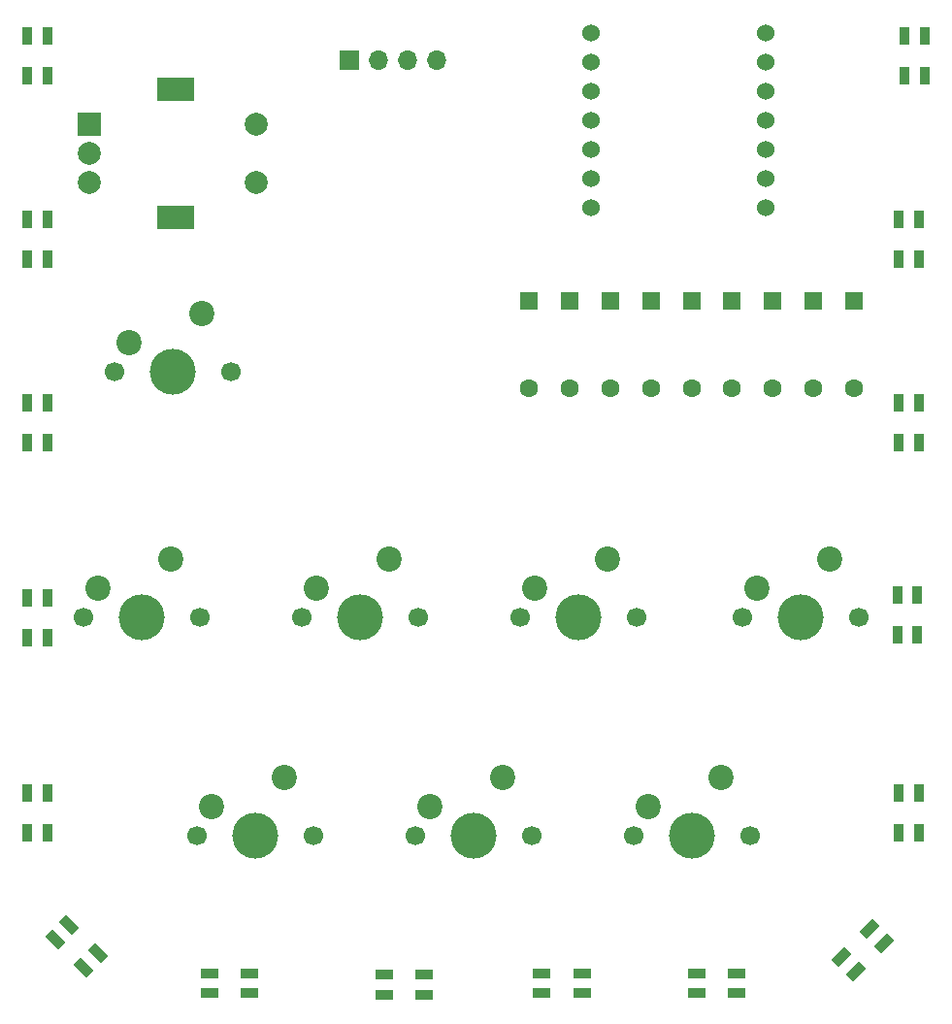
<source format=gbr>
%TF.GenerationSoftware,KiCad,Pcbnew,9.0.5*%
%TF.CreationDate,2025-11-29T17:42:32-06:00*%
%TF.ProjectId,KPad,4b506164-2e6b-4696-9361-645f70636258,rev?*%
%TF.SameCoordinates,Original*%
%TF.FileFunction,Soldermask,Bot*%
%TF.FilePolarity,Negative*%
%FSLAX46Y46*%
G04 Gerber Fmt 4.6, Leading zero omitted, Abs format (unit mm)*
G04 Created by KiCad (PCBNEW 9.0.5) date 2025-11-29 17:42:32*
%MOMM*%
%LPD*%
G01*
G04 APERTURE LIST*
G04 Aperture macros list*
%AMRoundRect*
0 Rectangle with rounded corners*
0 $1 Rounding radius*
0 $2 $3 $4 $5 $6 $7 $8 $9 X,Y pos of 4 corners*
0 Add a 4 corners polygon primitive as box body*
4,1,4,$2,$3,$4,$5,$6,$7,$8,$9,$2,$3,0*
0 Add four circle primitives for the rounded corners*
1,1,$1+$1,$2,$3*
1,1,$1+$1,$4,$5*
1,1,$1+$1,$6,$7*
1,1,$1+$1,$8,$9*
0 Add four rect primitives between the rounded corners*
20,1,$1+$1,$2,$3,$4,$5,0*
20,1,$1+$1,$4,$5,$6,$7,0*
20,1,$1+$1,$6,$7,$8,$9,0*
20,1,$1+$1,$8,$9,$2,$3,0*%
%AMRotRect*
0 Rectangle, with rotation*
0 The origin of the aperture is its center*
0 $1 length*
0 $2 width*
0 $3 Rotation angle, in degrees counterclockwise*
0 Add horizontal line*
21,1,$1,$2,0,0,$3*%
G04 Aperture macros list end*
%ADD10RoundRect,0.250000X-0.550000X0.550000X-0.550000X-0.550000X0.550000X-0.550000X0.550000X0.550000X0*%
%ADD11C,1.600000*%
%ADD12C,1.700000*%
%ADD13C,4.000000*%
%ADD14C,2.200000*%
%ADD15R,2.000000X2.000000*%
%ADD16C,2.000000*%
%ADD17R,3.200000X2.000000*%
%ADD18R,1.700000X1.700000*%
%ADD19O,1.700000X1.700000*%
%ADD20C,1.524000*%
%ADD21R,1.600000X0.850000*%
%ADD22R,0.850000X1.600000*%
%ADD23RotRect,1.600000X0.850000X135.000000*%
%ADD24RotRect,1.600000X0.850000X225.000000*%
G04 APERTURE END LIST*
D10*
%TO.C,D22*%
X115500000Y-53327500D03*
D11*
X115500000Y-60947500D03*
%TD*%
D10*
%TO.C,D17*%
X133250000Y-53327500D03*
D11*
X133250000Y-60947500D03*
%TD*%
D12*
%TO.C,SW3*%
X85090000Y-80962500D03*
D13*
X90170000Y-80962500D03*
D12*
X95250000Y-80962500D03*
D14*
X92710000Y-75882500D03*
X86360000Y-78422500D03*
%TD*%
D12*
%TO.C,SW9*%
X123507500Y-80962500D03*
D13*
X128587500Y-80962500D03*
D12*
X133667500Y-80962500D03*
D14*
X131127500Y-75882500D03*
X124777500Y-78422500D03*
%TD*%
D15*
%TO.C,SW1*%
X66550000Y-37981000D03*
D16*
X66550000Y-42981000D03*
X66550000Y-40481000D03*
D17*
X74050000Y-34881000D03*
X74050000Y-46081000D03*
D16*
X81050000Y-42981000D03*
X81050000Y-37981000D03*
%TD*%
D12*
%TO.C,SW4*%
X104140000Y-80962500D03*
D13*
X109220000Y-80962500D03*
D12*
X114300000Y-80962500D03*
D14*
X111760000Y-75882500D03*
X105410000Y-78422500D03*
%TD*%
D10*
%TO.C,D18*%
X129700000Y-53327500D03*
D11*
X129700000Y-60947500D03*
%TD*%
D18*
%TO.C,J1*%
X89173750Y-32391250D03*
D19*
X91713750Y-32391250D03*
X94253750Y-32391250D03*
X96793750Y-32391250D03*
%TD*%
D12*
%TO.C,SW6*%
X94932500Y-100012500D03*
D13*
X100012500Y-100012500D03*
D12*
X105092500Y-100012500D03*
D14*
X102552500Y-94932500D03*
X96202500Y-97472500D03*
%TD*%
D20*
%TO.C,U1*%
X110260000Y-30000000D03*
X110260000Y-32540000D03*
X110260000Y-35080000D03*
X110260000Y-37620000D03*
X110260000Y-40160000D03*
X110260000Y-42700000D03*
X110260000Y-45240000D03*
X125500000Y-45240000D03*
X125500000Y-42700000D03*
X125500000Y-40160000D03*
X125500000Y-37620000D03*
X125500000Y-35080000D03*
X125500000Y-32540000D03*
X125500000Y-30000000D03*
%TD*%
D12*
%TO.C,SW8*%
X68738750Y-59531250D03*
D13*
X73818750Y-59531250D03*
D12*
X78898750Y-59531250D03*
D14*
X76358750Y-54451250D03*
X70008750Y-56991250D03*
%TD*%
D10*
%TO.C,D24*%
X108400000Y-53327500D03*
D11*
X108400000Y-60947500D03*
%TD*%
D12*
%TO.C,SW5*%
X75882500Y-100012500D03*
D13*
X80962500Y-100012500D03*
D12*
X86042500Y-100012500D03*
D14*
X83502500Y-94932500D03*
X77152500Y-97472500D03*
%TD*%
D10*
%TO.C,D19*%
X126150000Y-53327500D03*
D11*
X126150000Y-60947500D03*
%TD*%
D10*
%TO.C,D20*%
X122600000Y-53327500D03*
D11*
X122600000Y-60947500D03*
%TD*%
D12*
%TO.C,SW7*%
X113982500Y-100012500D03*
D13*
X119062500Y-100012500D03*
D12*
X124142500Y-100012500D03*
D14*
X121602500Y-94932500D03*
X115252500Y-97472500D03*
%TD*%
D10*
%TO.C,D23*%
X111950000Y-53327500D03*
D11*
X111950000Y-60947500D03*
%TD*%
D10*
%TO.C,D25*%
X104850000Y-53327500D03*
D11*
X104850000Y-60947500D03*
%TD*%
D10*
%TO.C,D21*%
X119050000Y-53327500D03*
D11*
X119050000Y-60947500D03*
%TD*%
D12*
%TO.C,SW2*%
X66040000Y-80962500D03*
D13*
X71120000Y-80962500D03*
D12*
X76200000Y-80962500D03*
D14*
X73660000Y-75882500D03*
X67310000Y-78422500D03*
%TD*%
D21*
%TO.C,D9*%
X109500000Y-112000000D03*
X109500000Y-113750000D03*
X106000000Y-113750000D03*
X106000000Y-112000000D03*
%TD*%
D22*
%TO.C,D4*%
X62875000Y-82750000D03*
X61125000Y-82750000D03*
X61125000Y-79250000D03*
X62875000Y-79250000D03*
%TD*%
%TO.C,D15*%
X137125000Y-46250000D03*
X138875000Y-46250000D03*
X138875000Y-49750000D03*
X137125000Y-49750000D03*
%TD*%
D21*
%TO.C,D7*%
X80500000Y-112000000D03*
X80500000Y-113750000D03*
X77000000Y-113750000D03*
X77000000Y-112000000D03*
%TD*%
D22*
%TO.C,D12*%
X137125000Y-96250000D03*
X138875000Y-96250000D03*
X138875000Y-99750000D03*
X137125000Y-99750000D03*
%TD*%
%TO.C,D2*%
X62875000Y-49750000D03*
X61125000Y-49750000D03*
X61125000Y-46250000D03*
X62875000Y-46250000D03*
%TD*%
%TO.C,D14*%
X137125000Y-62250000D03*
X138875000Y-62250000D03*
X138875000Y-65750000D03*
X137125000Y-65750000D03*
%TD*%
%TO.C,D3*%
X62875000Y-65750000D03*
X61125000Y-65750000D03*
X61125000Y-62250000D03*
X62875000Y-62250000D03*
%TD*%
%TO.C,D13*%
X137000000Y-79000000D03*
X138750000Y-79000000D03*
X138750000Y-82500000D03*
X137000000Y-82500000D03*
%TD*%
D21*
%TO.C,D8*%
X95750000Y-112125000D03*
X95750000Y-113875000D03*
X92250000Y-113875000D03*
X92250000Y-112125000D03*
%TD*%
D23*
%TO.C,D6*%
X67237437Y-110262563D03*
X66000000Y-111500000D03*
X63525127Y-109025127D03*
X64762564Y-107787690D03*
%TD*%
D24*
%TO.C,D11*%
X134618718Y-108143845D03*
X135856155Y-109381282D03*
X133381282Y-111856155D03*
X132143845Y-110618718D03*
%TD*%
D21*
%TO.C,D10*%
X123000000Y-112000000D03*
X123000000Y-113750000D03*
X119500000Y-113750000D03*
X119500000Y-112000000D03*
%TD*%
D22*
%TO.C,D1*%
X62875000Y-33750000D03*
X61125000Y-33750000D03*
X61125000Y-30250000D03*
X62875000Y-30250000D03*
%TD*%
%TO.C,D5*%
X62875000Y-99750000D03*
X61125000Y-99750000D03*
X61125000Y-96250000D03*
X62875000Y-96250000D03*
%TD*%
%TO.C,D16*%
X137625000Y-30250000D03*
X139375000Y-30250000D03*
X139375000Y-33750000D03*
X137625000Y-33750000D03*
%TD*%
M02*

</source>
